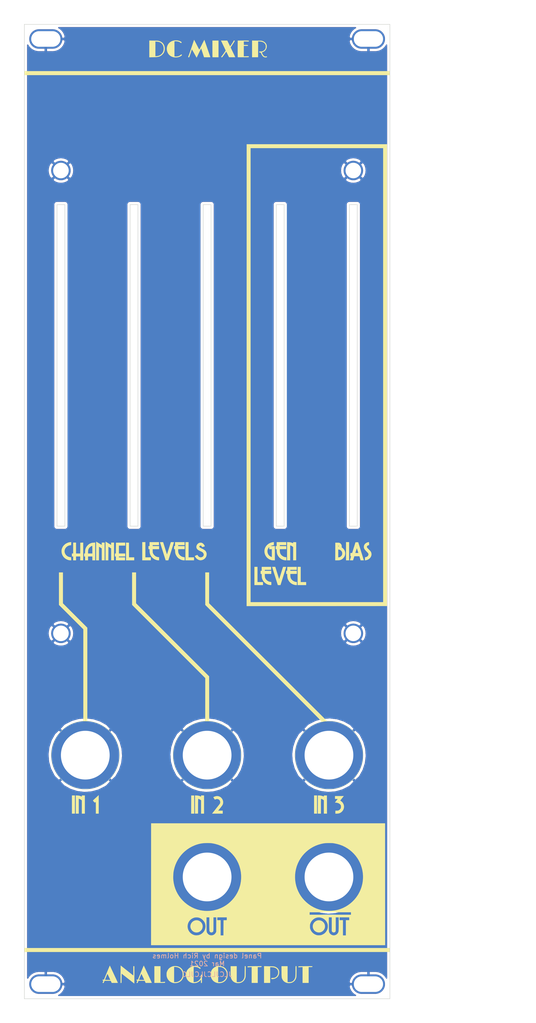
<source format=kicad_pcb>
(kicad_pcb (version 20171130) (host pcbnew 5.1.9-73d0e3b20d~88~ubuntu20.04.1)
  (layers (0 F.Cu signal) (31 B.Cu signal) (34 B.Paste user) (35 F.Paste user) (36 B.SilkS user) (37 F.SilkS user) (38 B.Mask user) (39 F.Mask user) (44 Edge.Cuts user))
  (net 0 "")
  (net 1 GND)
  (module Kosmo_panel:Kosmo_Panel_Mounting_Hole (layer F.Cu) (at 67.5 30)
    (fp_text reference H16 hide)
    (fp_text value Mounting_Hole)
    (pad 1 thru_hole circle (at 0 0) (size 4 4) (drill 3.2) (layers *.Cu *.Mask) (net 1 GND))
  )
  (module Kosmo_panel:Kosmo_Panel_Mounting_Hole (layer F.Cu) (at 7.5 30)
    (fp_text reference H15 hide)
    (fp_text value Mounting_Hole)
    (pad 1 thru_hole circle (at 0 0) (size 4 4) (drill 3.2) (layers *.Cu *.Mask) (net 1 GND))
  )
  (module Kosmo_panel:Kosmo_Panel_Mounting_Hole (layer F.Cu) (at 67.5 125)
    (fp_text reference H14 hide)
    (fp_text value Mounting_Hole)
    (pad 1 thru_hole circle (at 0 0) (size 4 4) (drill 3.2) (layers *.Cu *.Mask) (net 1 GND))
  )
  (module Kosmo_panel:Kosmo_Panel_Mounting_Hole (layer F.Cu) (at 7.5 125)
    (fp_text reference H13 hide)
    (fp_text value Mounting_Hole)
    (pad 1 thru_hole circle (at 0 0) (size 4 4) (drill 3.2) (layers *.Cu *.Mask) (net 1 GND))
  )
  (module Kosmo_panel:Kosmo_Slide_Pot_Alpha_60mm (layer F.Cu) (at 67.5 70)
    (fp_text reference H11)
    (fp_text value Slide_Pot_Hole)
  )
  (module Kosmo_panel:Kosmo_Slide_Pot_Alpha_60mm (layer F.Cu) (at 52.5 70)
    (fp_text reference H7)
    (fp_text value Slide_Pot_Hole)
  )
  (module Kosmo_panel:Kosmo_Slide_Pot_Alpha_60mm (layer F.Cu) (at 37.5 70)
    (fp_text reference H6)
    (fp_text value Slide_Pot_Hole)
  )
  (module Kosmo_panel:Kosmo_Slide_Pot_Alpha_60mm (layer F.Cu) (at 22.5 70)
    (fp_text reference H3)
    (fp_text value Slide_Pot_Hole)
  )
  (module Kosmo_panel:Kosmo_Slide_Pot_Alpha_60mm (layer F.Cu) (at 7.5 70)
    (fp_text reference H2)
    (fp_text value Slide_Pot_Hole)
  )
  (module ao_dc_mixer:ao_dc_mixer_slide_art (layer F.Cu) (at 37.5 100)
    (fp_text reference G*** hide)
    (fp_text value LOGO hide)
  )
  (module Kosmo_panel:Kosmo_Jack_Hole (layer F.Cu) (at 62.5 150)
    (fp_text reference H12 hide)
    (fp_text value Jack_Hole)
    (pad 1 thru_hole circle (at 0 0) (size 14 14) (drill 10) (layers *.Cu *.Mask) (net 1 GND))
  )
  (module Kosmo_panel:Kosmo_Jack_Hole (layer F.Cu) (at 37.5 150)
    (fp_text reference H9 hide)
    (fp_text value Jack_Hole)
    (pad 1 thru_hole circle (at 0 0) (size 14 14) (drill 10) (layers *.Cu *.Mask) (net 1 GND))
  )
  (module Kosmo_panel:Kosmo_Jack_Hole (layer F.Cu) (at 62.5 175)
    (fp_text reference H8 hide)
    (fp_text value Jack_Hole)
    (pad 1 thru_hole circle (at 0 0) (size 14 14) (drill 10) (layers *.Cu *.Mask) (net 1 GND))
  )
  (module Kosmo_panel:Kosmo_Jack_Hole (layer F.Cu) (at 37.5 175)
    (fp_text reference H5 hide)
    (fp_text value Jack_Hole)
    (pad 1 thru_hole circle (at 0 0) (size 14 14) (drill 10) (layers *.Cu *.Mask) (net 1 GND))
  )
  (module Kosmo_panel:Kosmo_Jack_Hole (layer F.Cu) (at 12.5 150)
    (fp_text reference H4 hide)
    (fp_text value Jack_Hole)
    (pad 1 thru_hole circle (at 0 0) (size 14 14) (drill 10) (layers *.Cu *.Mask) (net 1 GND))
  )
  (module ao_dc_mixer:ao_dc_mixer_slide_holes (layer F.Cu) (at 37.5 100)
    (fp_text reference G***holes hide)
    (fp_text value LOGO hide)
  )
  (module Kosmo_panel:Kosmo_Panel_Dual_Slotted_Mounting_Hole (layer F.Cu) (at 69.2 197)
    (fp_text reference H10 hide)
    (fp_text value Mounting_Holes_Slotted)
    (pad 1 thru_hole oval (at 1.4 -194) (size 6.8 4) (drill oval 6 3.2) (layers *.Cu *.Mask) (net 1 GND))
    (pad 1 thru_hole oval (at 1.4 0) (size 6.8 4) (drill oval 6 3.2) (layers *.Cu *.Mask) (net 1 GND))
  )
  (module Kosmo_panel:Kosmo_Panel_Dual_Slotted_Mounting_Hole (layer F.Cu) (at 3 197)
    (fp_text reference H1 hide)
    (fp_text value Mounting_Holes_Slotted)
    (pad 1 thru_hole oval (at 1.4 -194) (size 6.8 4) (drill oval 6 3.2) (layers *.Cu *.Mask) (net 1 GND))
    (pad 1 thru_hole oval (at 1.4 0) (size 6.8 4) (drill oval 6 3.2) (layers *.Cu *.Mask) (net 1 GND))
  )
  (gr_text "Panel design by Rich Holmes\nMar 2021" (at 37.5 192) (layer B.SilkS) (effects (font (size 1 1)) (justify mirror)))
  (gr_line (start 68.3 37) (end 68.3 103) (layer Edge.Cuts) (width 0.1))
  (gr_line (start 66.7 103) (end 66.7 37) (layer Edge.Cuts) (width 0.1))
  (gr_line (start 68.3 103) (end 66.7 103) (layer Edge.Cuts) (width 0.1))
  (gr_line (start 66.7 37) (end 68.3 37) (layer Edge.Cuts) (width 0.1))
  (gr_line (start 53.3 103) (end 51.7 103) (layer Edge.Cuts) (width 0.1))
  (gr_line (start 51.7 103) (end 51.7 37) (layer Edge.Cuts) (width 0.1))
  (gr_line (start 51.7 37) (end 53.3 37) (layer Edge.Cuts) (width 0.1))
  (gr_line (start 53.3 37) (end 53.3 103) (layer Edge.Cuts) (width 0.1))
  (gr_line (start 36.7 103) (end 36.7 37) (layer Edge.Cuts) (width 0.1))
  (gr_line (start 38.3 37) (end 38.3 103) (layer Edge.Cuts) (width 0.1))
  (gr_line (start 36.7 37) (end 38.3 37) (layer Edge.Cuts) (width 0.1))
  (gr_line (start 38.3 103) (end 36.7 103) (layer Edge.Cuts) (width 0.1))
  (gr_line (start 21.7 37) (end 23.3 37) (layer Edge.Cuts) (width 0.1))
  (gr_line (start 23.3 37) (end 23.3 103) (layer Edge.Cuts) (width 0.1))
  (gr_line (start 21.7 103) (end 21.7 37) (layer Edge.Cuts) (width 0.1))
  (gr_line (start 23.3 103) (end 21.7 103) (layer Edge.Cuts) (width 0.1))
  (gr_line (start 6.7 103) (end 6.7 37) (layer Edge.Cuts) (width 0.1))
  (gr_line (start 8.3 103) (end 6.7 103) (layer Edge.Cuts) (width 0.1))
  (gr_line (start 8.3 37) (end 8.3 103) (layer Edge.Cuts) (width 0.1))
  (gr_line (start 6.7 37) (end 8.3 37) (layer Edge.Cuts) (width 0.1))
  (gr_text JLCJLCJLCJLC (at 37.5 195) (layer B.SilkS) (effects (font (size 1 1)) (justify mirror)))
  (gr_line (start 75 0) (end 0 0) (layer Edge.Cuts) (width 0.1))
  (gr_line (start 75 200) (end 75 0) (layer Edge.Cuts) (width 0.1))
  (gr_line (start 0 200) (end 75 200) (layer Edge.Cuts) (width 0.1))
  (gr_line (start 0 0) (end 0 200) (layer Edge.Cuts) (width 0.1))
  (zone (net 1) (net_name GND) (layer F.Cu) (connect_pads (clearance 0.508)) (min_thickness 0.254) (fill yes (arc_segments 32) (thermal_gap 0.508) (thermal_bridge_width 0.508))
    (polygon (pts (xy 105 205) (xy -5 205) (xy -5 -5) (xy 105 -5)))
  )
  (zone (net 1) (net_name GND) (layer B.Cu) (connect_pads (clearance 0.508)) (min_thickness 0.254) (fill yes (arc_segments 32) (thermal_gap 0.508) (thermal_bridge_width 0.508))
    (polygon (pts (xy 105 205) (xy -5 205) (xy -5 -5) (xy 105 -5)))
  )
)
</source>
